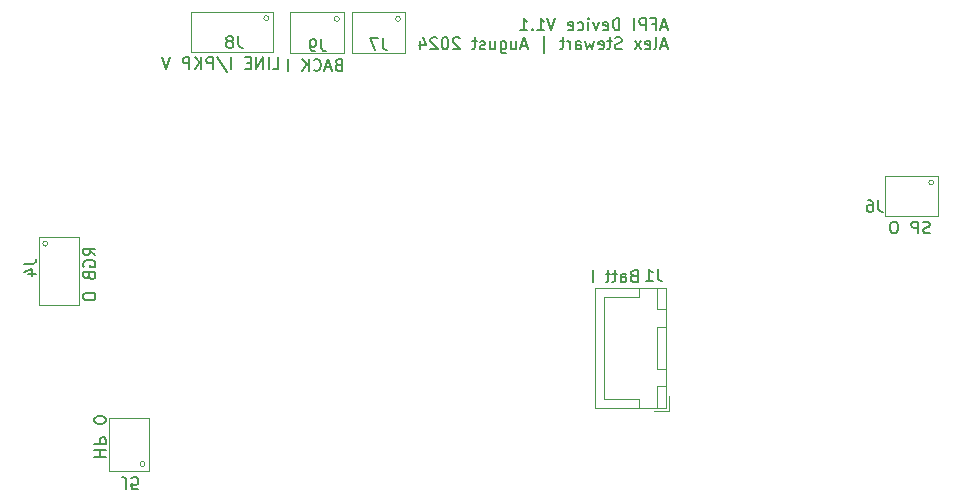
<source format=gbr>
%TF.GenerationSoftware,KiCad,Pcbnew,7.0.9*%
%TF.CreationDate,2024-08-05T23:00:28+10:00*%
%TF.ProjectId,AFPI Device V1.1,41465049-2044-4657-9669-63652056312e,rev?*%
%TF.SameCoordinates,Original*%
%TF.FileFunction,Legend,Bot*%
%TF.FilePolarity,Positive*%
%FSLAX46Y46*%
G04 Gerber Fmt 4.6, Leading zero omitted, Abs format (unit mm)*
G04 Created by KiCad (PCBNEW 7.0.9) date 2024-08-05 23:00:28*
%MOMM*%
%LPD*%
G01*
G04 APERTURE LIST*
%ADD10C,0.150000*%
%ADD11C,0.120000*%
%ADD12C,0.100000*%
G04 APERTURE END LIST*
D10*
X153310839Y-103499104D02*
X152834649Y-103499104D01*
X153406077Y-103784819D02*
X153072744Y-102784819D01*
X153072744Y-102784819D02*
X152739411Y-103784819D01*
X152072744Y-103261009D02*
X152406077Y-103261009D01*
X152406077Y-103784819D02*
X152406077Y-102784819D01*
X152406077Y-102784819D02*
X151929887Y-102784819D01*
X151548934Y-103784819D02*
X151548934Y-102784819D01*
X151548934Y-102784819D02*
X151167982Y-102784819D01*
X151167982Y-102784819D02*
X151072744Y-102832438D01*
X151072744Y-102832438D02*
X151025125Y-102880057D01*
X151025125Y-102880057D02*
X150977506Y-102975295D01*
X150977506Y-102975295D02*
X150977506Y-103118152D01*
X150977506Y-103118152D02*
X151025125Y-103213390D01*
X151025125Y-103213390D02*
X151072744Y-103261009D01*
X151072744Y-103261009D02*
X151167982Y-103308628D01*
X151167982Y-103308628D02*
X151548934Y-103308628D01*
X150548934Y-103784819D02*
X150548934Y-102784819D01*
X149310839Y-103784819D02*
X149310839Y-102784819D01*
X149310839Y-102784819D02*
X149072744Y-102784819D01*
X149072744Y-102784819D02*
X148929887Y-102832438D01*
X148929887Y-102832438D02*
X148834649Y-102927676D01*
X148834649Y-102927676D02*
X148787030Y-103022914D01*
X148787030Y-103022914D02*
X148739411Y-103213390D01*
X148739411Y-103213390D02*
X148739411Y-103356247D01*
X148739411Y-103356247D02*
X148787030Y-103546723D01*
X148787030Y-103546723D02*
X148834649Y-103641961D01*
X148834649Y-103641961D02*
X148929887Y-103737200D01*
X148929887Y-103737200D02*
X149072744Y-103784819D01*
X149072744Y-103784819D02*
X149310839Y-103784819D01*
X147929887Y-103737200D02*
X148025125Y-103784819D01*
X148025125Y-103784819D02*
X148215601Y-103784819D01*
X148215601Y-103784819D02*
X148310839Y-103737200D01*
X148310839Y-103737200D02*
X148358458Y-103641961D01*
X148358458Y-103641961D02*
X148358458Y-103261009D01*
X148358458Y-103261009D02*
X148310839Y-103165771D01*
X148310839Y-103165771D02*
X148215601Y-103118152D01*
X148215601Y-103118152D02*
X148025125Y-103118152D01*
X148025125Y-103118152D02*
X147929887Y-103165771D01*
X147929887Y-103165771D02*
X147882268Y-103261009D01*
X147882268Y-103261009D02*
X147882268Y-103356247D01*
X147882268Y-103356247D02*
X148358458Y-103451485D01*
X147548934Y-103118152D02*
X147310839Y-103784819D01*
X147310839Y-103784819D02*
X147072744Y-103118152D01*
X146691791Y-103784819D02*
X146691791Y-103118152D01*
X146691791Y-102784819D02*
X146739410Y-102832438D01*
X146739410Y-102832438D02*
X146691791Y-102880057D01*
X146691791Y-102880057D02*
X146644172Y-102832438D01*
X146644172Y-102832438D02*
X146691791Y-102784819D01*
X146691791Y-102784819D02*
X146691791Y-102880057D01*
X145787030Y-103737200D02*
X145882268Y-103784819D01*
X145882268Y-103784819D02*
X146072744Y-103784819D01*
X146072744Y-103784819D02*
X146167982Y-103737200D01*
X146167982Y-103737200D02*
X146215601Y-103689580D01*
X146215601Y-103689580D02*
X146263220Y-103594342D01*
X146263220Y-103594342D02*
X146263220Y-103308628D01*
X146263220Y-103308628D02*
X146215601Y-103213390D01*
X146215601Y-103213390D02*
X146167982Y-103165771D01*
X146167982Y-103165771D02*
X146072744Y-103118152D01*
X146072744Y-103118152D02*
X145882268Y-103118152D01*
X145882268Y-103118152D02*
X145787030Y-103165771D01*
X144977506Y-103737200D02*
X145072744Y-103784819D01*
X145072744Y-103784819D02*
X145263220Y-103784819D01*
X145263220Y-103784819D02*
X145358458Y-103737200D01*
X145358458Y-103737200D02*
X145406077Y-103641961D01*
X145406077Y-103641961D02*
X145406077Y-103261009D01*
X145406077Y-103261009D02*
X145358458Y-103165771D01*
X145358458Y-103165771D02*
X145263220Y-103118152D01*
X145263220Y-103118152D02*
X145072744Y-103118152D01*
X145072744Y-103118152D02*
X144977506Y-103165771D01*
X144977506Y-103165771D02*
X144929887Y-103261009D01*
X144929887Y-103261009D02*
X144929887Y-103356247D01*
X144929887Y-103356247D02*
X145406077Y-103451485D01*
X143882267Y-102784819D02*
X143548934Y-103784819D01*
X143548934Y-103784819D02*
X143215601Y-102784819D01*
X142358458Y-103784819D02*
X142929886Y-103784819D01*
X142644172Y-103784819D02*
X142644172Y-102784819D01*
X142644172Y-102784819D02*
X142739410Y-102927676D01*
X142739410Y-102927676D02*
X142834648Y-103022914D01*
X142834648Y-103022914D02*
X142929886Y-103070533D01*
X141929886Y-103689580D02*
X141882267Y-103737200D01*
X141882267Y-103737200D02*
X141929886Y-103784819D01*
X141929886Y-103784819D02*
X141977505Y-103737200D01*
X141977505Y-103737200D02*
X141929886Y-103689580D01*
X141929886Y-103689580D02*
X141929886Y-103784819D01*
X140929887Y-103784819D02*
X141501315Y-103784819D01*
X141215601Y-103784819D02*
X141215601Y-102784819D01*
X141215601Y-102784819D02*
X141310839Y-102927676D01*
X141310839Y-102927676D02*
X141406077Y-103022914D01*
X141406077Y-103022914D02*
X141501315Y-103070533D01*
X153310839Y-105109104D02*
X152834649Y-105109104D01*
X153406077Y-105394819D02*
X153072744Y-104394819D01*
X153072744Y-104394819D02*
X152739411Y-105394819D01*
X152263220Y-105394819D02*
X152358458Y-105347200D01*
X152358458Y-105347200D02*
X152406077Y-105251961D01*
X152406077Y-105251961D02*
X152406077Y-104394819D01*
X151501315Y-105347200D02*
X151596553Y-105394819D01*
X151596553Y-105394819D02*
X151787029Y-105394819D01*
X151787029Y-105394819D02*
X151882267Y-105347200D01*
X151882267Y-105347200D02*
X151929886Y-105251961D01*
X151929886Y-105251961D02*
X151929886Y-104871009D01*
X151929886Y-104871009D02*
X151882267Y-104775771D01*
X151882267Y-104775771D02*
X151787029Y-104728152D01*
X151787029Y-104728152D02*
X151596553Y-104728152D01*
X151596553Y-104728152D02*
X151501315Y-104775771D01*
X151501315Y-104775771D02*
X151453696Y-104871009D01*
X151453696Y-104871009D02*
X151453696Y-104966247D01*
X151453696Y-104966247D02*
X151929886Y-105061485D01*
X151120362Y-105394819D02*
X150596553Y-104728152D01*
X151120362Y-104728152D02*
X150596553Y-105394819D01*
X149501314Y-105347200D02*
X149358457Y-105394819D01*
X149358457Y-105394819D02*
X149120362Y-105394819D01*
X149120362Y-105394819D02*
X149025124Y-105347200D01*
X149025124Y-105347200D02*
X148977505Y-105299580D01*
X148977505Y-105299580D02*
X148929886Y-105204342D01*
X148929886Y-105204342D02*
X148929886Y-105109104D01*
X148929886Y-105109104D02*
X148977505Y-105013866D01*
X148977505Y-105013866D02*
X149025124Y-104966247D01*
X149025124Y-104966247D02*
X149120362Y-104918628D01*
X149120362Y-104918628D02*
X149310838Y-104871009D01*
X149310838Y-104871009D02*
X149406076Y-104823390D01*
X149406076Y-104823390D02*
X149453695Y-104775771D01*
X149453695Y-104775771D02*
X149501314Y-104680533D01*
X149501314Y-104680533D02*
X149501314Y-104585295D01*
X149501314Y-104585295D02*
X149453695Y-104490057D01*
X149453695Y-104490057D02*
X149406076Y-104442438D01*
X149406076Y-104442438D02*
X149310838Y-104394819D01*
X149310838Y-104394819D02*
X149072743Y-104394819D01*
X149072743Y-104394819D02*
X148929886Y-104442438D01*
X148644171Y-104728152D02*
X148263219Y-104728152D01*
X148501314Y-104394819D02*
X148501314Y-105251961D01*
X148501314Y-105251961D02*
X148453695Y-105347200D01*
X148453695Y-105347200D02*
X148358457Y-105394819D01*
X148358457Y-105394819D02*
X148263219Y-105394819D01*
X147548933Y-105347200D02*
X147644171Y-105394819D01*
X147644171Y-105394819D02*
X147834647Y-105394819D01*
X147834647Y-105394819D02*
X147929885Y-105347200D01*
X147929885Y-105347200D02*
X147977504Y-105251961D01*
X147977504Y-105251961D02*
X147977504Y-104871009D01*
X147977504Y-104871009D02*
X147929885Y-104775771D01*
X147929885Y-104775771D02*
X147834647Y-104728152D01*
X147834647Y-104728152D02*
X147644171Y-104728152D01*
X147644171Y-104728152D02*
X147548933Y-104775771D01*
X147548933Y-104775771D02*
X147501314Y-104871009D01*
X147501314Y-104871009D02*
X147501314Y-104966247D01*
X147501314Y-104966247D02*
X147977504Y-105061485D01*
X147167980Y-104728152D02*
X146977504Y-105394819D01*
X146977504Y-105394819D02*
X146787028Y-104918628D01*
X146787028Y-104918628D02*
X146596552Y-105394819D01*
X146596552Y-105394819D02*
X146406076Y-104728152D01*
X145596552Y-105394819D02*
X145596552Y-104871009D01*
X145596552Y-104871009D02*
X145644171Y-104775771D01*
X145644171Y-104775771D02*
X145739409Y-104728152D01*
X145739409Y-104728152D02*
X145929885Y-104728152D01*
X145929885Y-104728152D02*
X146025123Y-104775771D01*
X145596552Y-105347200D02*
X145691790Y-105394819D01*
X145691790Y-105394819D02*
X145929885Y-105394819D01*
X145929885Y-105394819D02*
X146025123Y-105347200D01*
X146025123Y-105347200D02*
X146072742Y-105251961D01*
X146072742Y-105251961D02*
X146072742Y-105156723D01*
X146072742Y-105156723D02*
X146025123Y-105061485D01*
X146025123Y-105061485D02*
X145929885Y-105013866D01*
X145929885Y-105013866D02*
X145691790Y-105013866D01*
X145691790Y-105013866D02*
X145596552Y-104966247D01*
X145120361Y-105394819D02*
X145120361Y-104728152D01*
X145120361Y-104918628D02*
X145072742Y-104823390D01*
X145072742Y-104823390D02*
X145025123Y-104775771D01*
X145025123Y-104775771D02*
X144929885Y-104728152D01*
X144929885Y-104728152D02*
X144834647Y-104728152D01*
X144644170Y-104728152D02*
X144263218Y-104728152D01*
X144501313Y-104394819D02*
X144501313Y-105251961D01*
X144501313Y-105251961D02*
X144453694Y-105347200D01*
X144453694Y-105347200D02*
X144358456Y-105394819D01*
X144358456Y-105394819D02*
X144263218Y-105394819D01*
X142929884Y-105728152D02*
X142929884Y-104299580D01*
X141501312Y-105109104D02*
X141025122Y-105109104D01*
X141596550Y-105394819D02*
X141263217Y-104394819D01*
X141263217Y-104394819D02*
X140929884Y-105394819D01*
X140167979Y-104728152D02*
X140167979Y-105394819D01*
X140596550Y-104728152D02*
X140596550Y-105251961D01*
X140596550Y-105251961D02*
X140548931Y-105347200D01*
X140548931Y-105347200D02*
X140453693Y-105394819D01*
X140453693Y-105394819D02*
X140310836Y-105394819D01*
X140310836Y-105394819D02*
X140215598Y-105347200D01*
X140215598Y-105347200D02*
X140167979Y-105299580D01*
X139263217Y-104728152D02*
X139263217Y-105537676D01*
X139263217Y-105537676D02*
X139310836Y-105632914D01*
X139310836Y-105632914D02*
X139358455Y-105680533D01*
X139358455Y-105680533D02*
X139453693Y-105728152D01*
X139453693Y-105728152D02*
X139596550Y-105728152D01*
X139596550Y-105728152D02*
X139691788Y-105680533D01*
X139263217Y-105347200D02*
X139358455Y-105394819D01*
X139358455Y-105394819D02*
X139548931Y-105394819D01*
X139548931Y-105394819D02*
X139644169Y-105347200D01*
X139644169Y-105347200D02*
X139691788Y-105299580D01*
X139691788Y-105299580D02*
X139739407Y-105204342D01*
X139739407Y-105204342D02*
X139739407Y-104918628D01*
X139739407Y-104918628D02*
X139691788Y-104823390D01*
X139691788Y-104823390D02*
X139644169Y-104775771D01*
X139644169Y-104775771D02*
X139548931Y-104728152D01*
X139548931Y-104728152D02*
X139358455Y-104728152D01*
X139358455Y-104728152D02*
X139263217Y-104775771D01*
X138358455Y-104728152D02*
X138358455Y-105394819D01*
X138787026Y-104728152D02*
X138787026Y-105251961D01*
X138787026Y-105251961D02*
X138739407Y-105347200D01*
X138739407Y-105347200D02*
X138644169Y-105394819D01*
X138644169Y-105394819D02*
X138501312Y-105394819D01*
X138501312Y-105394819D02*
X138406074Y-105347200D01*
X138406074Y-105347200D02*
X138358455Y-105299580D01*
X137929883Y-105347200D02*
X137834645Y-105394819D01*
X137834645Y-105394819D02*
X137644169Y-105394819D01*
X137644169Y-105394819D02*
X137548931Y-105347200D01*
X137548931Y-105347200D02*
X137501312Y-105251961D01*
X137501312Y-105251961D02*
X137501312Y-105204342D01*
X137501312Y-105204342D02*
X137548931Y-105109104D01*
X137548931Y-105109104D02*
X137644169Y-105061485D01*
X137644169Y-105061485D02*
X137787026Y-105061485D01*
X137787026Y-105061485D02*
X137882264Y-105013866D01*
X137882264Y-105013866D02*
X137929883Y-104918628D01*
X137929883Y-104918628D02*
X137929883Y-104871009D01*
X137929883Y-104871009D02*
X137882264Y-104775771D01*
X137882264Y-104775771D02*
X137787026Y-104728152D01*
X137787026Y-104728152D02*
X137644169Y-104728152D01*
X137644169Y-104728152D02*
X137548931Y-104775771D01*
X137215597Y-104728152D02*
X136834645Y-104728152D01*
X137072740Y-104394819D02*
X137072740Y-105251961D01*
X137072740Y-105251961D02*
X137025121Y-105347200D01*
X137025121Y-105347200D02*
X136929883Y-105394819D01*
X136929883Y-105394819D02*
X136834645Y-105394819D01*
X135787025Y-104490057D02*
X135739406Y-104442438D01*
X135739406Y-104442438D02*
X135644168Y-104394819D01*
X135644168Y-104394819D02*
X135406073Y-104394819D01*
X135406073Y-104394819D02*
X135310835Y-104442438D01*
X135310835Y-104442438D02*
X135263216Y-104490057D01*
X135263216Y-104490057D02*
X135215597Y-104585295D01*
X135215597Y-104585295D02*
X135215597Y-104680533D01*
X135215597Y-104680533D02*
X135263216Y-104823390D01*
X135263216Y-104823390D02*
X135834644Y-105394819D01*
X135834644Y-105394819D02*
X135215597Y-105394819D01*
X134596549Y-104394819D02*
X134501311Y-104394819D01*
X134501311Y-104394819D02*
X134406073Y-104442438D01*
X134406073Y-104442438D02*
X134358454Y-104490057D01*
X134358454Y-104490057D02*
X134310835Y-104585295D01*
X134310835Y-104585295D02*
X134263216Y-104775771D01*
X134263216Y-104775771D02*
X134263216Y-105013866D01*
X134263216Y-105013866D02*
X134310835Y-105204342D01*
X134310835Y-105204342D02*
X134358454Y-105299580D01*
X134358454Y-105299580D02*
X134406073Y-105347200D01*
X134406073Y-105347200D02*
X134501311Y-105394819D01*
X134501311Y-105394819D02*
X134596549Y-105394819D01*
X134596549Y-105394819D02*
X134691787Y-105347200D01*
X134691787Y-105347200D02*
X134739406Y-105299580D01*
X134739406Y-105299580D02*
X134787025Y-105204342D01*
X134787025Y-105204342D02*
X134834644Y-105013866D01*
X134834644Y-105013866D02*
X134834644Y-104775771D01*
X134834644Y-104775771D02*
X134787025Y-104585295D01*
X134787025Y-104585295D02*
X134739406Y-104490057D01*
X134739406Y-104490057D02*
X134691787Y-104442438D01*
X134691787Y-104442438D02*
X134596549Y-104394819D01*
X133882263Y-104490057D02*
X133834644Y-104442438D01*
X133834644Y-104442438D02*
X133739406Y-104394819D01*
X133739406Y-104394819D02*
X133501311Y-104394819D01*
X133501311Y-104394819D02*
X133406073Y-104442438D01*
X133406073Y-104442438D02*
X133358454Y-104490057D01*
X133358454Y-104490057D02*
X133310835Y-104585295D01*
X133310835Y-104585295D02*
X133310835Y-104680533D01*
X133310835Y-104680533D02*
X133358454Y-104823390D01*
X133358454Y-104823390D02*
X133929882Y-105394819D01*
X133929882Y-105394819D02*
X133310835Y-105394819D01*
X132453692Y-104728152D02*
X132453692Y-105394819D01*
X132691787Y-104347200D02*
X132929882Y-105061485D01*
X132929882Y-105061485D02*
X132310835Y-105061485D01*
X150521428Y-124581009D02*
X150378571Y-124628628D01*
X150378571Y-124628628D02*
X150330952Y-124676247D01*
X150330952Y-124676247D02*
X150283333Y-124771485D01*
X150283333Y-124771485D02*
X150283333Y-124914342D01*
X150283333Y-124914342D02*
X150330952Y-125009580D01*
X150330952Y-125009580D02*
X150378571Y-125057200D01*
X150378571Y-125057200D02*
X150473809Y-125104819D01*
X150473809Y-125104819D02*
X150854761Y-125104819D01*
X150854761Y-125104819D02*
X150854761Y-124104819D01*
X150854761Y-124104819D02*
X150521428Y-124104819D01*
X150521428Y-124104819D02*
X150426190Y-124152438D01*
X150426190Y-124152438D02*
X150378571Y-124200057D01*
X150378571Y-124200057D02*
X150330952Y-124295295D01*
X150330952Y-124295295D02*
X150330952Y-124390533D01*
X150330952Y-124390533D02*
X150378571Y-124485771D01*
X150378571Y-124485771D02*
X150426190Y-124533390D01*
X150426190Y-124533390D02*
X150521428Y-124581009D01*
X150521428Y-124581009D02*
X150854761Y-124581009D01*
X149426190Y-125104819D02*
X149426190Y-124581009D01*
X149426190Y-124581009D02*
X149473809Y-124485771D01*
X149473809Y-124485771D02*
X149569047Y-124438152D01*
X149569047Y-124438152D02*
X149759523Y-124438152D01*
X149759523Y-124438152D02*
X149854761Y-124485771D01*
X149426190Y-125057200D02*
X149521428Y-125104819D01*
X149521428Y-125104819D02*
X149759523Y-125104819D01*
X149759523Y-125104819D02*
X149854761Y-125057200D01*
X149854761Y-125057200D02*
X149902380Y-124961961D01*
X149902380Y-124961961D02*
X149902380Y-124866723D01*
X149902380Y-124866723D02*
X149854761Y-124771485D01*
X149854761Y-124771485D02*
X149759523Y-124723866D01*
X149759523Y-124723866D02*
X149521428Y-124723866D01*
X149521428Y-124723866D02*
X149426190Y-124676247D01*
X149092856Y-124438152D02*
X148711904Y-124438152D01*
X148949999Y-124104819D02*
X148949999Y-124961961D01*
X148949999Y-124961961D02*
X148902380Y-125057200D01*
X148902380Y-125057200D02*
X148807142Y-125104819D01*
X148807142Y-125104819D02*
X148711904Y-125104819D01*
X148521427Y-124438152D02*
X148140475Y-124438152D01*
X148378570Y-124104819D02*
X148378570Y-124961961D01*
X148378570Y-124961961D02*
X148330951Y-125057200D01*
X148330951Y-125057200D02*
X148235713Y-125104819D01*
X148235713Y-125104819D02*
X148140475Y-125104819D01*
X147045236Y-125104819D02*
X147045236Y-124104819D01*
X152558333Y-124004819D02*
X152558333Y-124719104D01*
X152558333Y-124719104D02*
X152605952Y-124861961D01*
X152605952Y-124861961D02*
X152701190Y-124957200D01*
X152701190Y-124957200D02*
X152844047Y-125004819D01*
X152844047Y-125004819D02*
X152939285Y-125004819D01*
X151558333Y-125004819D02*
X152129761Y-125004819D01*
X151844047Y-125004819D02*
X151844047Y-124004819D01*
X151844047Y-124004819D02*
X151939285Y-124147676D01*
X151939285Y-124147676D02*
X152034523Y-124242914D01*
X152034523Y-124242914D02*
X152129761Y-124290533D01*
X125526190Y-106706009D02*
X125383333Y-106753628D01*
X125383333Y-106753628D02*
X125335714Y-106801247D01*
X125335714Y-106801247D02*
X125288095Y-106896485D01*
X125288095Y-106896485D02*
X125288095Y-107039342D01*
X125288095Y-107039342D02*
X125335714Y-107134580D01*
X125335714Y-107134580D02*
X125383333Y-107182200D01*
X125383333Y-107182200D02*
X125478571Y-107229819D01*
X125478571Y-107229819D02*
X125859523Y-107229819D01*
X125859523Y-107229819D02*
X125859523Y-106229819D01*
X125859523Y-106229819D02*
X125526190Y-106229819D01*
X125526190Y-106229819D02*
X125430952Y-106277438D01*
X125430952Y-106277438D02*
X125383333Y-106325057D01*
X125383333Y-106325057D02*
X125335714Y-106420295D01*
X125335714Y-106420295D02*
X125335714Y-106515533D01*
X125335714Y-106515533D02*
X125383333Y-106610771D01*
X125383333Y-106610771D02*
X125430952Y-106658390D01*
X125430952Y-106658390D02*
X125526190Y-106706009D01*
X125526190Y-106706009D02*
X125859523Y-106706009D01*
X124907142Y-106944104D02*
X124430952Y-106944104D01*
X125002380Y-107229819D02*
X124669047Y-106229819D01*
X124669047Y-106229819D02*
X124335714Y-107229819D01*
X123430952Y-107134580D02*
X123478571Y-107182200D01*
X123478571Y-107182200D02*
X123621428Y-107229819D01*
X123621428Y-107229819D02*
X123716666Y-107229819D01*
X123716666Y-107229819D02*
X123859523Y-107182200D01*
X123859523Y-107182200D02*
X123954761Y-107086961D01*
X123954761Y-107086961D02*
X124002380Y-106991723D01*
X124002380Y-106991723D02*
X124049999Y-106801247D01*
X124049999Y-106801247D02*
X124049999Y-106658390D01*
X124049999Y-106658390D02*
X124002380Y-106467914D01*
X124002380Y-106467914D02*
X123954761Y-106372676D01*
X123954761Y-106372676D02*
X123859523Y-106277438D01*
X123859523Y-106277438D02*
X123716666Y-106229819D01*
X123716666Y-106229819D02*
X123621428Y-106229819D01*
X123621428Y-106229819D02*
X123478571Y-106277438D01*
X123478571Y-106277438D02*
X123430952Y-106325057D01*
X123002380Y-107229819D02*
X123002380Y-106229819D01*
X122430952Y-107229819D02*
X122859523Y-106658390D01*
X122430952Y-106229819D02*
X123002380Y-106801247D01*
X121240475Y-107229819D02*
X121240475Y-106229819D01*
X124083333Y-104554819D02*
X124083333Y-105269104D01*
X124083333Y-105269104D02*
X124130952Y-105411961D01*
X124130952Y-105411961D02*
X124226190Y-105507200D01*
X124226190Y-105507200D02*
X124369047Y-105554819D01*
X124369047Y-105554819D02*
X124464285Y-105554819D01*
X123559523Y-105554819D02*
X123369047Y-105554819D01*
X123369047Y-105554819D02*
X123273809Y-105507200D01*
X123273809Y-105507200D02*
X123226190Y-105459580D01*
X123226190Y-105459580D02*
X123130952Y-105316723D01*
X123130952Y-105316723D02*
X123083333Y-105126247D01*
X123083333Y-105126247D02*
X123083333Y-104745295D01*
X123083333Y-104745295D02*
X123130952Y-104650057D01*
X123130952Y-104650057D02*
X123178571Y-104602438D01*
X123178571Y-104602438D02*
X123273809Y-104554819D01*
X123273809Y-104554819D02*
X123464285Y-104554819D01*
X123464285Y-104554819D02*
X123559523Y-104602438D01*
X123559523Y-104602438D02*
X123607142Y-104650057D01*
X123607142Y-104650057D02*
X123654761Y-104745295D01*
X123654761Y-104745295D02*
X123654761Y-104983390D01*
X123654761Y-104983390D02*
X123607142Y-105078628D01*
X123607142Y-105078628D02*
X123559523Y-105126247D01*
X123559523Y-105126247D02*
X123464285Y-105173866D01*
X123464285Y-105173866D02*
X123273809Y-105173866D01*
X123273809Y-105173866D02*
X123178571Y-105126247D01*
X123178571Y-105126247D02*
X123130952Y-105078628D01*
X123130952Y-105078628D02*
X123083333Y-104983390D01*
X119957142Y-107079819D02*
X120433332Y-107079819D01*
X120433332Y-107079819D02*
X120433332Y-106079819D01*
X119623808Y-107079819D02*
X119623808Y-106079819D01*
X119147618Y-107079819D02*
X119147618Y-106079819D01*
X119147618Y-106079819D02*
X118576190Y-107079819D01*
X118576190Y-107079819D02*
X118576190Y-106079819D01*
X118099999Y-106556009D02*
X117766666Y-106556009D01*
X117623809Y-107079819D02*
X118099999Y-107079819D01*
X118099999Y-107079819D02*
X118099999Y-106079819D01*
X118099999Y-106079819D02*
X117623809Y-106079819D01*
X116433332Y-107079819D02*
X116433332Y-106079819D01*
X115242857Y-106032200D02*
X116099999Y-107317914D01*
X114909523Y-107079819D02*
X114909523Y-106079819D01*
X114909523Y-106079819D02*
X114528571Y-106079819D01*
X114528571Y-106079819D02*
X114433333Y-106127438D01*
X114433333Y-106127438D02*
X114385714Y-106175057D01*
X114385714Y-106175057D02*
X114338095Y-106270295D01*
X114338095Y-106270295D02*
X114338095Y-106413152D01*
X114338095Y-106413152D02*
X114385714Y-106508390D01*
X114385714Y-106508390D02*
X114433333Y-106556009D01*
X114433333Y-106556009D02*
X114528571Y-106603628D01*
X114528571Y-106603628D02*
X114909523Y-106603628D01*
X113909523Y-107079819D02*
X113909523Y-106079819D01*
X113338095Y-107079819D02*
X113766666Y-106508390D01*
X113338095Y-106079819D02*
X113909523Y-106651247D01*
X112909523Y-107079819D02*
X112909523Y-106079819D01*
X112909523Y-106079819D02*
X112528571Y-106079819D01*
X112528571Y-106079819D02*
X112433333Y-106127438D01*
X112433333Y-106127438D02*
X112385714Y-106175057D01*
X112385714Y-106175057D02*
X112338095Y-106270295D01*
X112338095Y-106270295D02*
X112338095Y-106413152D01*
X112338095Y-106413152D02*
X112385714Y-106508390D01*
X112385714Y-106508390D02*
X112433333Y-106556009D01*
X112433333Y-106556009D02*
X112528571Y-106603628D01*
X112528571Y-106603628D02*
X112909523Y-106603628D01*
X111290475Y-106079819D02*
X110957142Y-107079819D01*
X110957142Y-107079819D02*
X110623809Y-106079819D01*
X117033333Y-104279819D02*
X117033333Y-104994104D01*
X117033333Y-104994104D02*
X117080952Y-105136961D01*
X117080952Y-105136961D02*
X117176190Y-105232200D01*
X117176190Y-105232200D02*
X117319047Y-105279819D01*
X117319047Y-105279819D02*
X117414285Y-105279819D01*
X116414285Y-104708390D02*
X116509523Y-104660771D01*
X116509523Y-104660771D02*
X116557142Y-104613152D01*
X116557142Y-104613152D02*
X116604761Y-104517914D01*
X116604761Y-104517914D02*
X116604761Y-104470295D01*
X116604761Y-104470295D02*
X116557142Y-104375057D01*
X116557142Y-104375057D02*
X116509523Y-104327438D01*
X116509523Y-104327438D02*
X116414285Y-104279819D01*
X116414285Y-104279819D02*
X116223809Y-104279819D01*
X116223809Y-104279819D02*
X116128571Y-104327438D01*
X116128571Y-104327438D02*
X116080952Y-104375057D01*
X116080952Y-104375057D02*
X116033333Y-104470295D01*
X116033333Y-104470295D02*
X116033333Y-104517914D01*
X116033333Y-104517914D02*
X116080952Y-104613152D01*
X116080952Y-104613152D02*
X116128571Y-104660771D01*
X116128571Y-104660771D02*
X116223809Y-104708390D01*
X116223809Y-104708390D02*
X116414285Y-104708390D01*
X116414285Y-104708390D02*
X116509523Y-104756009D01*
X116509523Y-104756009D02*
X116557142Y-104803628D01*
X116557142Y-104803628D02*
X116604761Y-104898866D01*
X116604761Y-104898866D02*
X116604761Y-105089342D01*
X116604761Y-105089342D02*
X116557142Y-105184580D01*
X116557142Y-105184580D02*
X116509523Y-105232200D01*
X116509523Y-105232200D02*
X116414285Y-105279819D01*
X116414285Y-105279819D02*
X116223809Y-105279819D01*
X116223809Y-105279819D02*
X116128571Y-105232200D01*
X116128571Y-105232200D02*
X116080952Y-105184580D01*
X116080952Y-105184580D02*
X116033333Y-105089342D01*
X116033333Y-105089342D02*
X116033333Y-104898866D01*
X116033333Y-104898866D02*
X116080952Y-104803628D01*
X116080952Y-104803628D02*
X116128571Y-104756009D01*
X116128571Y-104756009D02*
X116223809Y-104708390D01*
X129258333Y-104429819D02*
X129258333Y-105144104D01*
X129258333Y-105144104D02*
X129305952Y-105286961D01*
X129305952Y-105286961D02*
X129401190Y-105382200D01*
X129401190Y-105382200D02*
X129544047Y-105429819D01*
X129544047Y-105429819D02*
X129639285Y-105429819D01*
X128877380Y-104429819D02*
X128210714Y-104429819D01*
X128210714Y-104429819D02*
X128639285Y-105429819D01*
X175602475Y-120940200D02*
X175459618Y-120987819D01*
X175459618Y-120987819D02*
X175221523Y-120987819D01*
X175221523Y-120987819D02*
X175126285Y-120940200D01*
X175126285Y-120940200D02*
X175078666Y-120892580D01*
X175078666Y-120892580D02*
X175031047Y-120797342D01*
X175031047Y-120797342D02*
X175031047Y-120702104D01*
X175031047Y-120702104D02*
X175078666Y-120606866D01*
X175078666Y-120606866D02*
X175126285Y-120559247D01*
X175126285Y-120559247D02*
X175221523Y-120511628D01*
X175221523Y-120511628D02*
X175411999Y-120464009D01*
X175411999Y-120464009D02*
X175507237Y-120416390D01*
X175507237Y-120416390D02*
X175554856Y-120368771D01*
X175554856Y-120368771D02*
X175602475Y-120273533D01*
X175602475Y-120273533D02*
X175602475Y-120178295D01*
X175602475Y-120178295D02*
X175554856Y-120083057D01*
X175554856Y-120083057D02*
X175507237Y-120035438D01*
X175507237Y-120035438D02*
X175411999Y-119987819D01*
X175411999Y-119987819D02*
X175173904Y-119987819D01*
X175173904Y-119987819D02*
X175031047Y-120035438D01*
X174602475Y-120987819D02*
X174602475Y-119987819D01*
X174602475Y-119987819D02*
X174221523Y-119987819D01*
X174221523Y-119987819D02*
X174126285Y-120035438D01*
X174126285Y-120035438D02*
X174078666Y-120083057D01*
X174078666Y-120083057D02*
X174031047Y-120178295D01*
X174031047Y-120178295D02*
X174031047Y-120321152D01*
X174031047Y-120321152D02*
X174078666Y-120416390D01*
X174078666Y-120416390D02*
X174126285Y-120464009D01*
X174126285Y-120464009D02*
X174221523Y-120511628D01*
X174221523Y-120511628D02*
X174602475Y-120511628D01*
X172650094Y-119987819D02*
X172459618Y-119987819D01*
X172459618Y-119987819D02*
X172364380Y-120035438D01*
X172364380Y-120035438D02*
X172269142Y-120130676D01*
X172269142Y-120130676D02*
X172221523Y-120321152D01*
X172221523Y-120321152D02*
X172221523Y-120654485D01*
X172221523Y-120654485D02*
X172269142Y-120844961D01*
X172269142Y-120844961D02*
X172364380Y-120940200D01*
X172364380Y-120940200D02*
X172459618Y-120987819D01*
X172459618Y-120987819D02*
X172650094Y-120987819D01*
X172650094Y-120987819D02*
X172745332Y-120940200D01*
X172745332Y-120940200D02*
X172840570Y-120844961D01*
X172840570Y-120844961D02*
X172888189Y-120654485D01*
X172888189Y-120654485D02*
X172888189Y-120321152D01*
X172888189Y-120321152D02*
X172840570Y-120130676D01*
X172840570Y-120130676D02*
X172745332Y-120035438D01*
X172745332Y-120035438D02*
X172650094Y-119987819D01*
X171233333Y-118179819D02*
X171233333Y-118894104D01*
X171233333Y-118894104D02*
X171280952Y-119036961D01*
X171280952Y-119036961D02*
X171376190Y-119132200D01*
X171376190Y-119132200D02*
X171519047Y-119179819D01*
X171519047Y-119179819D02*
X171614285Y-119179819D01*
X170328571Y-118179819D02*
X170519047Y-118179819D01*
X170519047Y-118179819D02*
X170614285Y-118227438D01*
X170614285Y-118227438D02*
X170661904Y-118275057D01*
X170661904Y-118275057D02*
X170757142Y-118417914D01*
X170757142Y-118417914D02*
X170804761Y-118608390D01*
X170804761Y-118608390D02*
X170804761Y-118989342D01*
X170804761Y-118989342D02*
X170757142Y-119084580D01*
X170757142Y-119084580D02*
X170709523Y-119132200D01*
X170709523Y-119132200D02*
X170614285Y-119179819D01*
X170614285Y-119179819D02*
X170423809Y-119179819D01*
X170423809Y-119179819D02*
X170328571Y-119132200D01*
X170328571Y-119132200D02*
X170280952Y-119084580D01*
X170280952Y-119084580D02*
X170233333Y-118989342D01*
X170233333Y-118989342D02*
X170233333Y-118751247D01*
X170233333Y-118751247D02*
X170280952Y-118656009D01*
X170280952Y-118656009D02*
X170328571Y-118608390D01*
X170328571Y-118608390D02*
X170423809Y-118560771D01*
X170423809Y-118560771D02*
X170614285Y-118560771D01*
X170614285Y-118560771D02*
X170709523Y-118608390D01*
X170709523Y-118608390D02*
X170757142Y-118656009D01*
X170757142Y-118656009D02*
X170804761Y-118751247D01*
X104845180Y-139890475D02*
X105845180Y-139890475D01*
X105368990Y-139890475D02*
X105368990Y-139319047D01*
X104845180Y-139319047D02*
X105845180Y-139319047D01*
X104845180Y-138842856D02*
X105845180Y-138842856D01*
X105845180Y-138842856D02*
X105845180Y-138461904D01*
X105845180Y-138461904D02*
X105797561Y-138366666D01*
X105797561Y-138366666D02*
X105749942Y-138319047D01*
X105749942Y-138319047D02*
X105654704Y-138271428D01*
X105654704Y-138271428D02*
X105511847Y-138271428D01*
X105511847Y-138271428D02*
X105416609Y-138319047D01*
X105416609Y-138319047D02*
X105368990Y-138366666D01*
X105368990Y-138366666D02*
X105321371Y-138461904D01*
X105321371Y-138461904D02*
X105321371Y-138842856D01*
X105845180Y-136890475D02*
X105845180Y-136699999D01*
X105845180Y-136699999D02*
X105797561Y-136604761D01*
X105797561Y-136604761D02*
X105702323Y-136509523D01*
X105702323Y-136509523D02*
X105511847Y-136461904D01*
X105511847Y-136461904D02*
X105178514Y-136461904D01*
X105178514Y-136461904D02*
X104988038Y-136509523D01*
X104988038Y-136509523D02*
X104892800Y-136604761D01*
X104892800Y-136604761D02*
X104845180Y-136699999D01*
X104845180Y-136699999D02*
X104845180Y-136890475D01*
X104845180Y-136890475D02*
X104892800Y-136985713D01*
X104892800Y-136985713D02*
X104988038Y-137080951D01*
X104988038Y-137080951D02*
X105178514Y-137128570D01*
X105178514Y-137128570D02*
X105511847Y-137128570D01*
X105511847Y-137128570D02*
X105702323Y-137080951D01*
X105702323Y-137080951D02*
X105797561Y-136985713D01*
X105797561Y-136985713D02*
X105845180Y-136890475D01*
X107566666Y-142645180D02*
X107566666Y-141930895D01*
X107566666Y-141930895D02*
X107519047Y-141788038D01*
X107519047Y-141788038D02*
X107423809Y-141692800D01*
X107423809Y-141692800D02*
X107280952Y-141645180D01*
X107280952Y-141645180D02*
X107185714Y-141645180D01*
X108519047Y-142645180D02*
X108042857Y-142645180D01*
X108042857Y-142645180D02*
X107995238Y-142168990D01*
X107995238Y-142168990D02*
X108042857Y-142216609D01*
X108042857Y-142216609D02*
X108138095Y-142264228D01*
X108138095Y-142264228D02*
X108376190Y-142264228D01*
X108376190Y-142264228D02*
X108471428Y-142216609D01*
X108471428Y-142216609D02*
X108519047Y-142168990D01*
X108519047Y-142168990D02*
X108566666Y-142073752D01*
X108566666Y-142073752D02*
X108566666Y-141835657D01*
X108566666Y-141835657D02*
X108519047Y-141740419D01*
X108519047Y-141740419D02*
X108471428Y-141692800D01*
X108471428Y-141692800D02*
X108376190Y-141645180D01*
X108376190Y-141645180D02*
X108138095Y-141645180D01*
X108138095Y-141645180D02*
X108042857Y-141692800D01*
X108042857Y-141692800D02*
X107995238Y-141740419D01*
X104929819Y-122854761D02*
X104453628Y-122521428D01*
X104929819Y-122283333D02*
X103929819Y-122283333D01*
X103929819Y-122283333D02*
X103929819Y-122664285D01*
X103929819Y-122664285D02*
X103977438Y-122759523D01*
X103977438Y-122759523D02*
X104025057Y-122807142D01*
X104025057Y-122807142D02*
X104120295Y-122854761D01*
X104120295Y-122854761D02*
X104263152Y-122854761D01*
X104263152Y-122854761D02*
X104358390Y-122807142D01*
X104358390Y-122807142D02*
X104406009Y-122759523D01*
X104406009Y-122759523D02*
X104453628Y-122664285D01*
X104453628Y-122664285D02*
X104453628Y-122283333D01*
X103977438Y-123807142D02*
X103929819Y-123711904D01*
X103929819Y-123711904D02*
X103929819Y-123569047D01*
X103929819Y-123569047D02*
X103977438Y-123426190D01*
X103977438Y-123426190D02*
X104072676Y-123330952D01*
X104072676Y-123330952D02*
X104167914Y-123283333D01*
X104167914Y-123283333D02*
X104358390Y-123235714D01*
X104358390Y-123235714D02*
X104501247Y-123235714D01*
X104501247Y-123235714D02*
X104691723Y-123283333D01*
X104691723Y-123283333D02*
X104786961Y-123330952D01*
X104786961Y-123330952D02*
X104882200Y-123426190D01*
X104882200Y-123426190D02*
X104929819Y-123569047D01*
X104929819Y-123569047D02*
X104929819Y-123664285D01*
X104929819Y-123664285D02*
X104882200Y-123807142D01*
X104882200Y-123807142D02*
X104834580Y-123854761D01*
X104834580Y-123854761D02*
X104501247Y-123854761D01*
X104501247Y-123854761D02*
X104501247Y-123664285D01*
X104406009Y-124616666D02*
X104453628Y-124759523D01*
X104453628Y-124759523D02*
X104501247Y-124807142D01*
X104501247Y-124807142D02*
X104596485Y-124854761D01*
X104596485Y-124854761D02*
X104739342Y-124854761D01*
X104739342Y-124854761D02*
X104834580Y-124807142D01*
X104834580Y-124807142D02*
X104882200Y-124759523D01*
X104882200Y-124759523D02*
X104929819Y-124664285D01*
X104929819Y-124664285D02*
X104929819Y-124283333D01*
X104929819Y-124283333D02*
X103929819Y-124283333D01*
X103929819Y-124283333D02*
X103929819Y-124616666D01*
X103929819Y-124616666D02*
X103977438Y-124711904D01*
X103977438Y-124711904D02*
X104025057Y-124759523D01*
X104025057Y-124759523D02*
X104120295Y-124807142D01*
X104120295Y-124807142D02*
X104215533Y-124807142D01*
X104215533Y-124807142D02*
X104310771Y-124759523D01*
X104310771Y-124759523D02*
X104358390Y-124711904D01*
X104358390Y-124711904D02*
X104406009Y-124616666D01*
X104406009Y-124616666D02*
X104406009Y-124283333D01*
X103929819Y-126235714D02*
X103929819Y-126426190D01*
X103929819Y-126426190D02*
X103977438Y-126521428D01*
X103977438Y-126521428D02*
X104072676Y-126616666D01*
X104072676Y-126616666D02*
X104263152Y-126664285D01*
X104263152Y-126664285D02*
X104596485Y-126664285D01*
X104596485Y-126664285D02*
X104786961Y-126616666D01*
X104786961Y-126616666D02*
X104882200Y-126521428D01*
X104882200Y-126521428D02*
X104929819Y-126426190D01*
X104929819Y-126426190D02*
X104929819Y-126235714D01*
X104929819Y-126235714D02*
X104882200Y-126140476D01*
X104882200Y-126140476D02*
X104786961Y-126045238D01*
X104786961Y-126045238D02*
X104596485Y-125997619D01*
X104596485Y-125997619D02*
X104263152Y-125997619D01*
X104263152Y-125997619D02*
X104072676Y-126045238D01*
X104072676Y-126045238D02*
X103977438Y-126140476D01*
X103977438Y-126140476D02*
X103929819Y-126235714D01*
X98929819Y-123566666D02*
X99644104Y-123566666D01*
X99644104Y-123566666D02*
X99786961Y-123519047D01*
X99786961Y-123519047D02*
X99882200Y-123423809D01*
X99882200Y-123423809D02*
X99929819Y-123280952D01*
X99929819Y-123280952D02*
X99929819Y-123185714D01*
X99263152Y-124471428D02*
X99929819Y-124471428D01*
X98882200Y-124233333D02*
X99596485Y-123995238D01*
X99596485Y-123995238D02*
X99596485Y-124614285D01*
D11*
%TO.C,J1*%
X148016000Y-126383000D02*
X148016000Y-130683000D01*
X153216000Y-125633000D02*
X153216000Y-127433000D01*
X153216000Y-133933000D02*
X153216000Y-135733000D01*
X153216000Y-127433000D02*
X152466000Y-127433000D01*
X150966000Y-125633000D02*
X150966000Y-126383000D01*
X150966000Y-126383000D02*
X148016000Y-126383000D01*
X153216000Y-128933000D02*
X153216000Y-132433000D01*
X152466000Y-125633000D02*
X153216000Y-125633000D01*
X153516000Y-134783000D02*
X153516000Y-136033000D01*
X153226000Y-125623000D02*
X153226000Y-135743000D01*
X153216000Y-135733000D02*
X152466000Y-135733000D01*
X148016000Y-134983000D02*
X148016000Y-130683000D01*
X152466000Y-128933000D02*
X153216000Y-128933000D01*
X153226000Y-135743000D02*
X147256000Y-135743000D01*
X150966000Y-135733000D02*
X150966000Y-134983000D01*
X150966000Y-134983000D02*
X148016000Y-134983000D01*
X152466000Y-127433000D02*
X152466000Y-125633000D01*
X152466000Y-133933000D02*
X153216000Y-133933000D01*
X153216000Y-132433000D02*
X152466000Y-132433000D01*
X147256000Y-125623000D02*
X153226000Y-125623000D01*
X152466000Y-135733000D02*
X152466000Y-133933000D01*
X152466000Y-132433000D02*
X152466000Y-128933000D01*
X147256000Y-135743000D02*
X147256000Y-125623000D01*
X153516000Y-136033000D02*
X152266000Y-136033000D01*
D12*
%TO.C,J9*%
X121458000Y-102282000D02*
X125958000Y-102282000D01*
X125958000Y-102282000D02*
X125958000Y-105682000D01*
X125958000Y-105682000D02*
X121458000Y-105682000D01*
X121458000Y-105682000D02*
X121458000Y-102282000D01*
X125595132Y-102832000D02*
G75*
G03*
X125595132Y-102832000I-212132J0D01*
G01*
%TO.C,J8*%
X113015000Y-102264000D02*
X120015000Y-102264000D01*
X120015000Y-102264000D02*
X120015000Y-105664000D01*
X120015000Y-105664000D02*
X113015000Y-105664000D01*
X113015000Y-105664000D02*
X113015000Y-102264000D01*
X119627132Y-102764000D02*
G75*
G03*
X119627132Y-102764000I-212132J0D01*
G01*
%TO.C,J7*%
X126645000Y-102282000D02*
X131145000Y-102282000D01*
X131145000Y-102282000D02*
X131145000Y-105682000D01*
X131145000Y-105682000D02*
X126645000Y-105682000D01*
X126645000Y-105682000D02*
X126645000Y-102282000D01*
X130782132Y-102832000D02*
G75*
G03*
X130782132Y-102832000I-212132J0D01*
G01*
%TO.C,J6*%
X171779000Y-116135000D02*
X176279000Y-116135000D01*
X176279000Y-116135000D02*
X176279000Y-119535000D01*
X176279000Y-119535000D02*
X171779000Y-119535000D01*
X171779000Y-119535000D02*
X171779000Y-116135000D01*
X175916132Y-116685000D02*
G75*
G03*
X175916132Y-116685000I-212132J0D01*
G01*
%TO.C,J5*%
X109158132Y-140513000D02*
G75*
G03*
X109158132Y-140513000I-212132J0D01*
G01*
X109496000Y-136588000D02*
X106096000Y-136588000D01*
X106096000Y-136588000D02*
X106096000Y-141088000D01*
X106096000Y-141088000D02*
X109496000Y-141088000D01*
X109496000Y-141088000D02*
X109496000Y-136588000D01*
%TO.C,J4*%
X100175000Y-127050000D02*
X103575000Y-127050000D01*
X103575000Y-127050000D02*
X103575000Y-121300000D01*
X103575000Y-121300000D02*
X100175000Y-121300000D01*
X100175000Y-121300000D02*
X100175000Y-127050000D01*
X100912132Y-121862132D02*
G75*
G03*
X100912132Y-121862132I-212132J0D01*
G01*
%TD*%
M02*

</source>
